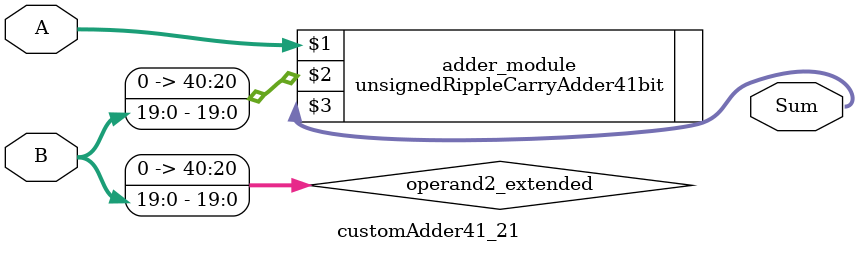
<source format=v>
module customAdder41_21(
                        input [40 : 0] A,
                        input [19 : 0] B,
                        
                        output [41 : 0] Sum
                );

        wire [40 : 0] operand2_extended;
        
        assign operand2_extended =  {21'b0, B};
        
        unsignedRippleCarryAdder41bit adder_module(
            A,
            operand2_extended,
            Sum
        );
        
        endmodule
        
</source>
